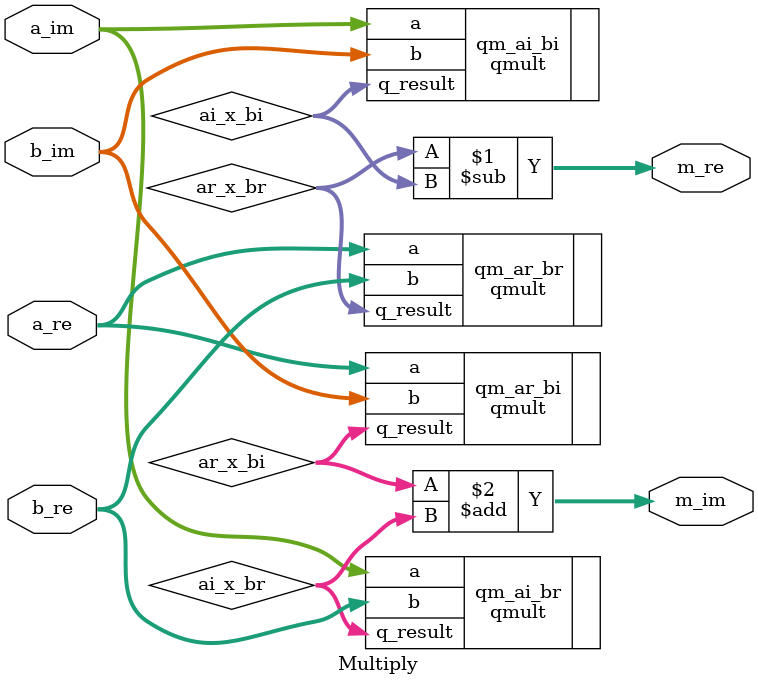
<source format=v>
module Multiply #(
    parameter   WIDTH = 16
)(
    input   signed  [WIDTH-1:0] a_re,
    input   signed  [WIDTH-1:0] a_im,
    input   signed  [WIDTH-1:0] b_re,
    input   signed  [WIDTH-1:0] b_im,
    output  signed  [WIDTH-1:0] m_re,
    output  signed  [WIDTH-1:0] m_im
);

wire signed [WIDTH-1:0]   ar_x_br, ar_x_bi, ai_x_br, ai_x_bi;

// fixed point multiplication
qmult qm_ar_br (
    .a(a_re),
    .b(b_re),
    .q_result(ar_x_br)
);

qmult qm_ar_bi (
    .a(a_re),
    .b(b_im),
    .q_result(ar_x_bi)
);

qmult qm_ai_br (
    .a(a_im),
    .b(b_re),
    .q_result(ai_x_br)
);

qmult qm_ai_bi (
    .a(a_im),
    .b(b_im),
    .q_result(ai_x_bi)
);

assign  m_re = ar_x_br - ai_x_bi;
assign  m_im = ar_x_bi + ai_x_br;

endmodule

</source>
